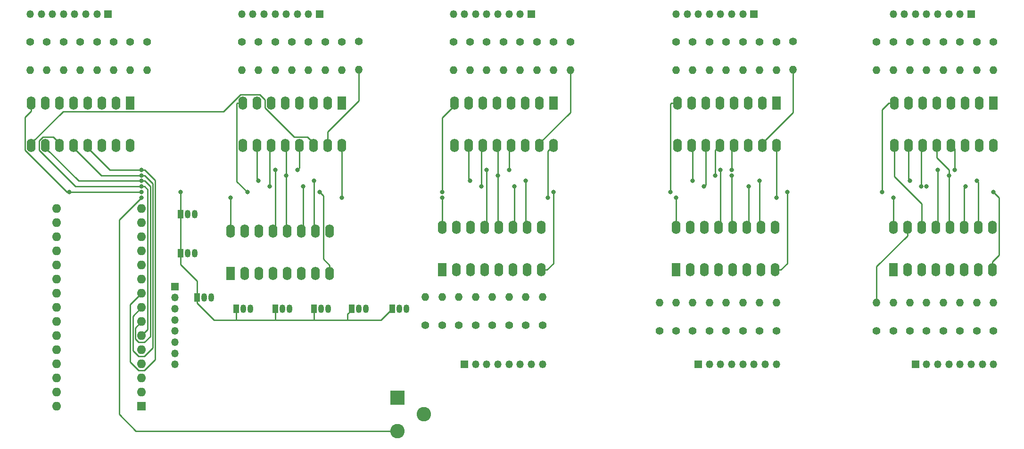
<source format=gbl>
G04 #@! TF.GenerationSoftware,KiCad,Pcbnew,(5.1.4-0-10_14)*
G04 #@! TF.CreationDate,2019-12-07T21:02:57+00:00*
G04 #@! TF.ProjectId,LED_cube_with_74HCT595,4c45445f-6375-4626-955f-776974685f37,rev?*
G04 #@! TF.SameCoordinates,Original*
G04 #@! TF.FileFunction,Copper,L2,Bot*
G04 #@! TF.FilePolarity,Positive*
%FSLAX46Y46*%
G04 Gerber Fmt 4.6, Leading zero omitted, Abs format (unit mm)*
G04 Created by KiCad (PCBNEW (5.1.4-0-10_14)) date 2019-12-07 21:02:57*
%MOMM*%
%LPD*%
G04 APERTURE LIST*
%ADD10O,1.600000X1.600000*%
%ADD11R,1.600000X1.600000*%
%ADD12O,1.600000X2.400000*%
%ADD13R,1.600000X2.400000*%
%ADD14O,1.350000X1.350000*%
%ADD15R,1.350000X1.350000*%
%ADD16O,1.050000X1.500000*%
%ADD17R,1.050000X1.500000*%
%ADD18C,1.400000*%
%ADD19O,1.400000X1.400000*%
%ADD20R,2.600000X2.600000*%
%ADD21C,2.600000*%
%ADD22C,0.800000*%
%ADD23C,0.250000*%
G04 APERTURE END LIST*
D10*
X31760000Y-63000000D03*
X47000000Y-63000000D03*
X31760000Y-98560000D03*
X47000000Y-65540000D03*
X31760000Y-96020000D03*
X47000000Y-68080000D03*
X31760000Y-93480000D03*
X47000000Y-70620000D03*
X31760000Y-90940000D03*
X47000000Y-73160000D03*
X31760000Y-88400000D03*
X47000000Y-75700000D03*
X31760000Y-85860000D03*
X47000000Y-78240000D03*
X31760000Y-83320000D03*
X47000000Y-80780000D03*
X31760000Y-80780000D03*
X47000000Y-83320000D03*
X31760000Y-78240000D03*
X47000000Y-85860000D03*
X31760000Y-75700000D03*
X47000000Y-88400000D03*
X31760000Y-73160000D03*
X47000000Y-90940000D03*
X31760000Y-70620000D03*
X47000000Y-93480000D03*
X31760000Y-68080000D03*
X47000000Y-96020000D03*
X31760000Y-65540000D03*
D11*
X47000000Y-98560000D03*
D12*
X200000000Y-51620000D03*
X182220000Y-44000000D03*
X197460000Y-51620000D03*
X184760000Y-44000000D03*
X194920000Y-51620000D03*
X187300000Y-44000000D03*
X192380000Y-51620000D03*
X189840000Y-44000000D03*
X189840000Y-51620000D03*
X192380000Y-44000000D03*
X187300000Y-51620000D03*
X194920000Y-44000000D03*
X184760000Y-51620000D03*
X197460000Y-44000000D03*
X182220000Y-51620000D03*
D13*
X200000000Y-44000000D03*
D12*
X161000000Y-51620000D03*
X143220000Y-44000000D03*
X158460000Y-51620000D03*
X145760000Y-44000000D03*
X155920000Y-51620000D03*
X148300000Y-44000000D03*
X153380000Y-51620000D03*
X150840000Y-44000000D03*
X150840000Y-51620000D03*
X153380000Y-44000000D03*
X148300000Y-51620000D03*
X155920000Y-44000000D03*
X145760000Y-51620000D03*
X158460000Y-44000000D03*
X143220000Y-51620000D03*
D13*
X161000000Y-44000000D03*
X101000000Y-74000000D03*
D12*
X118780000Y-66380000D03*
X103540000Y-74000000D03*
X116240000Y-66380000D03*
X106080000Y-74000000D03*
X113700000Y-66380000D03*
X108620000Y-74000000D03*
X111160000Y-66380000D03*
X111160000Y-74000000D03*
X108620000Y-66380000D03*
X113700000Y-74000000D03*
X106080000Y-66380000D03*
X116240000Y-74000000D03*
X103540000Y-66380000D03*
X118780000Y-74000000D03*
X101000000Y-66380000D03*
X143000000Y-66380000D03*
X160780000Y-74000000D03*
X145540000Y-66380000D03*
X158240000Y-74000000D03*
X148080000Y-66380000D03*
X155700000Y-74000000D03*
X150620000Y-66380000D03*
X153160000Y-74000000D03*
X153160000Y-66380000D03*
X150620000Y-74000000D03*
X155700000Y-66380000D03*
X148080000Y-74000000D03*
X158240000Y-66380000D03*
X145540000Y-74000000D03*
X160780000Y-66380000D03*
D13*
X143000000Y-74000000D03*
D14*
X27000000Y-28000000D03*
X29000000Y-28000000D03*
X31000000Y-28000000D03*
X33000000Y-28000000D03*
X35000000Y-28000000D03*
X37000000Y-28000000D03*
X39000000Y-28000000D03*
D15*
X41000000Y-28000000D03*
X105000000Y-91000000D03*
D14*
X107000000Y-91000000D03*
X109000000Y-91000000D03*
X111000000Y-91000000D03*
X113000000Y-91000000D03*
X115000000Y-91000000D03*
X117000000Y-91000000D03*
X119000000Y-91000000D03*
D15*
X79000000Y-28000000D03*
D14*
X77000000Y-28000000D03*
X75000000Y-28000000D03*
X73000000Y-28000000D03*
X71000000Y-28000000D03*
X69000000Y-28000000D03*
X67000000Y-28000000D03*
X65000000Y-28000000D03*
X161000000Y-91000000D03*
X159000000Y-91000000D03*
X157000000Y-91000000D03*
X155000000Y-91000000D03*
X153000000Y-91000000D03*
X151000000Y-91000000D03*
X149000000Y-91000000D03*
D15*
X147000000Y-91000000D03*
D14*
X103000000Y-28000000D03*
X105000000Y-28000000D03*
X107000000Y-28000000D03*
X109000000Y-28000000D03*
X111000000Y-28000000D03*
X113000000Y-28000000D03*
X115000000Y-28000000D03*
D15*
X117000000Y-28000000D03*
D14*
X200000000Y-91000000D03*
X198000000Y-91000000D03*
X196000000Y-91000000D03*
X194000000Y-91000000D03*
X192000000Y-91000000D03*
X190000000Y-91000000D03*
X188000000Y-91000000D03*
D15*
X186000000Y-91000000D03*
D14*
X53000000Y-91000000D03*
X53000000Y-89000000D03*
X53000000Y-87000000D03*
X53000000Y-85000000D03*
X53000000Y-83000000D03*
X53000000Y-81000000D03*
X53000000Y-79000000D03*
D15*
X53000000Y-77000000D03*
X157000000Y-28000000D03*
D14*
X155000000Y-28000000D03*
X153000000Y-28000000D03*
X151000000Y-28000000D03*
X149000000Y-28000000D03*
X147000000Y-28000000D03*
X145000000Y-28000000D03*
X143000000Y-28000000D03*
D15*
X196000000Y-28000000D03*
D14*
X194000000Y-28000000D03*
X192000000Y-28000000D03*
X190000000Y-28000000D03*
X188000000Y-28000000D03*
X186000000Y-28000000D03*
X184000000Y-28000000D03*
X182000000Y-28000000D03*
D16*
X55270000Y-64000000D03*
X56540000Y-64000000D03*
D17*
X54000000Y-64000000D03*
X57000000Y-79000000D03*
D16*
X59540000Y-79000000D03*
X58270000Y-79000000D03*
X72270000Y-81000000D03*
X73540000Y-81000000D03*
D17*
X71000000Y-81000000D03*
X84730000Y-81000000D03*
D16*
X87270000Y-81000000D03*
X86000000Y-81000000D03*
X55270000Y-71000000D03*
X56540000Y-71000000D03*
D17*
X54000000Y-71000000D03*
D16*
X65270000Y-81000000D03*
X66540000Y-81000000D03*
D17*
X64000000Y-81000000D03*
D16*
X79270000Y-81000000D03*
X80540000Y-81000000D03*
D17*
X78000000Y-81000000D03*
X92000000Y-81000000D03*
D16*
X94540000Y-81000000D03*
X93270000Y-81000000D03*
D18*
X48000000Y-33000000D03*
D19*
X48000000Y-38080000D03*
X45000000Y-38080000D03*
D18*
X45000000Y-33000000D03*
D19*
X119000000Y-78920000D03*
D18*
X119000000Y-84000000D03*
X42000000Y-33000000D03*
D19*
X42000000Y-38080000D03*
D18*
X116000000Y-84000000D03*
D19*
X116000000Y-78920000D03*
X39000000Y-38080000D03*
D18*
X39000000Y-33000000D03*
D19*
X113000000Y-78920000D03*
D18*
X113000000Y-84000000D03*
X36000000Y-33000000D03*
D19*
X36000000Y-38080000D03*
D18*
X110000000Y-84000000D03*
D19*
X110000000Y-78920000D03*
X33000000Y-38080000D03*
D18*
X33000000Y-33000000D03*
D19*
X107000000Y-78920000D03*
D18*
X107000000Y-84000000D03*
X30000000Y-33000000D03*
D19*
X30000000Y-38080000D03*
D18*
X104000000Y-84000000D03*
D19*
X104000000Y-78920000D03*
X27000000Y-38080000D03*
D18*
X27000000Y-33000000D03*
D19*
X101000000Y-78920000D03*
D18*
X101000000Y-84000000D03*
D19*
X98000000Y-78920000D03*
D18*
X98000000Y-84000000D03*
D19*
X86000000Y-38000000D03*
D18*
X86000000Y-32920000D03*
X83000000Y-33000000D03*
D19*
X83000000Y-38080000D03*
D18*
X161000000Y-85000000D03*
D19*
X161000000Y-79920000D03*
X80000000Y-38080000D03*
D18*
X80000000Y-33000000D03*
D19*
X158000000Y-79920000D03*
D18*
X158000000Y-85000000D03*
X77000000Y-33000000D03*
D19*
X77000000Y-38080000D03*
D18*
X155000000Y-85000000D03*
D19*
X155000000Y-79920000D03*
X74000000Y-38080000D03*
D18*
X74000000Y-33000000D03*
D19*
X152000000Y-79920000D03*
D18*
X152000000Y-85000000D03*
X71000000Y-33000000D03*
D19*
X71000000Y-38080000D03*
D18*
X149000000Y-85000000D03*
D19*
X149000000Y-79920000D03*
X68000000Y-38080000D03*
D18*
X68000000Y-33000000D03*
D19*
X146000000Y-79920000D03*
D18*
X146000000Y-85000000D03*
X65000000Y-33000000D03*
D19*
X65000000Y-38080000D03*
D18*
X143000000Y-85000000D03*
D19*
X143000000Y-79920000D03*
X140000000Y-79920000D03*
D18*
X140000000Y-85000000D03*
X124000000Y-33000000D03*
D19*
X124000000Y-38080000D03*
X121000000Y-38080000D03*
D18*
X121000000Y-33000000D03*
D19*
X200000000Y-79920000D03*
D18*
X200000000Y-85000000D03*
X118000000Y-33000000D03*
D19*
X118000000Y-38080000D03*
D18*
X197000000Y-85000000D03*
D19*
X197000000Y-79920000D03*
X115000000Y-38080000D03*
D18*
X115000000Y-33000000D03*
D19*
X194000000Y-79920000D03*
D18*
X194000000Y-85000000D03*
X112000000Y-33000000D03*
D19*
X112000000Y-38080000D03*
D18*
X191000000Y-85000000D03*
D19*
X191000000Y-79920000D03*
X109000000Y-38080000D03*
D18*
X109000000Y-33000000D03*
D19*
X188000000Y-79920000D03*
D18*
X188000000Y-85000000D03*
X106000000Y-33000000D03*
D19*
X106000000Y-38080000D03*
D18*
X185000000Y-85000000D03*
D19*
X185000000Y-79920000D03*
X103000000Y-38080000D03*
D18*
X103000000Y-33000000D03*
D19*
X182000000Y-79920000D03*
D18*
X182000000Y-85000000D03*
X179000000Y-85000000D03*
D19*
X179000000Y-79920000D03*
X164000000Y-38000000D03*
D18*
X164000000Y-32920000D03*
X161000000Y-33000000D03*
D19*
X161000000Y-38080000D03*
D18*
X179000000Y-33000000D03*
D19*
X179000000Y-38080000D03*
X158000000Y-38080000D03*
D18*
X158000000Y-33000000D03*
D19*
X182000000Y-38080000D03*
D18*
X182000000Y-33000000D03*
X155000000Y-33000000D03*
D19*
X155000000Y-38080000D03*
D18*
X185000000Y-33000000D03*
D19*
X185000000Y-38080000D03*
X152000000Y-38080000D03*
D18*
X152000000Y-33000000D03*
D19*
X188000000Y-38080000D03*
D18*
X188000000Y-33000000D03*
X149000000Y-33000000D03*
D19*
X149000000Y-38080000D03*
D18*
X191000000Y-33000000D03*
D19*
X191000000Y-38080000D03*
X146000000Y-38080000D03*
D18*
X146000000Y-33000000D03*
X194000000Y-33000000D03*
D19*
X194000000Y-38080000D03*
D18*
X143000000Y-33000000D03*
D19*
X143000000Y-38080000D03*
X197000000Y-38080000D03*
D18*
X197000000Y-33000000D03*
X200000000Y-33000000D03*
D19*
X200000000Y-38080000D03*
D12*
X45000000Y-51620000D03*
X27220000Y-44000000D03*
X42460000Y-51620000D03*
X29760000Y-44000000D03*
X39920000Y-51620000D03*
X32300000Y-44000000D03*
X37380000Y-51620000D03*
X34840000Y-44000000D03*
X34840000Y-51620000D03*
X37380000Y-44000000D03*
X32300000Y-51620000D03*
X39920000Y-44000000D03*
X29760000Y-51620000D03*
X42460000Y-44000000D03*
X27220000Y-51620000D03*
D13*
X45000000Y-44000000D03*
X63000000Y-74620000D03*
D12*
X80780000Y-67000000D03*
X65540000Y-74620000D03*
X78240000Y-67000000D03*
X68080000Y-74620000D03*
X75700000Y-67000000D03*
X70620000Y-74620000D03*
X73160000Y-67000000D03*
X73160000Y-74620000D03*
X70620000Y-67000000D03*
X75700000Y-74620000D03*
X68080000Y-67000000D03*
X78240000Y-74620000D03*
X65540000Y-67000000D03*
X80780000Y-74620000D03*
X63000000Y-67000000D03*
X83000000Y-51620000D03*
X65220000Y-44000000D03*
X80460000Y-51620000D03*
X67760000Y-44000000D03*
X77920000Y-51620000D03*
X70300000Y-44000000D03*
X75380000Y-51620000D03*
X72840000Y-44000000D03*
X72840000Y-51620000D03*
X75380000Y-44000000D03*
X70300000Y-51620000D03*
X77920000Y-44000000D03*
X67760000Y-51620000D03*
X80460000Y-44000000D03*
X65220000Y-51620000D03*
D13*
X83000000Y-44000000D03*
X121000000Y-44000000D03*
D12*
X103220000Y-51620000D03*
X118460000Y-44000000D03*
X105760000Y-51620000D03*
X115920000Y-44000000D03*
X108300000Y-51620000D03*
X113380000Y-44000000D03*
X110840000Y-51620000D03*
X110840000Y-44000000D03*
X113380000Y-51620000D03*
X108300000Y-44000000D03*
X115920000Y-51620000D03*
X105760000Y-44000000D03*
X118460000Y-51620000D03*
X103220000Y-44000000D03*
X121000000Y-51620000D03*
D13*
X182000000Y-74000000D03*
D12*
X199780000Y-66380000D03*
X184540000Y-74000000D03*
X197240000Y-66380000D03*
X187080000Y-74000000D03*
X194700000Y-66380000D03*
X189620000Y-74000000D03*
X192160000Y-66380000D03*
X192160000Y-74000000D03*
X189620000Y-66380000D03*
X194700000Y-74000000D03*
X187080000Y-66380000D03*
X197240000Y-74000000D03*
X184540000Y-66380000D03*
X199780000Y-74000000D03*
X182000000Y-66380000D03*
D20*
X93000000Y-97000000D03*
D21*
X93000000Y-103000000D03*
X97700000Y-100000000D03*
D22*
X47000000Y-60000000D03*
X79000000Y-60000000D03*
X66000000Y-60000000D03*
X101000000Y-60000000D03*
X121000000Y-60000000D03*
X142000000Y-60000000D03*
X163000000Y-60000000D03*
X180000000Y-60000000D03*
X200000000Y-60000000D03*
X34000000Y-60000000D03*
X54000000Y-60000000D03*
X73000000Y-57000000D03*
X47000000Y-59000000D03*
X70000000Y-59000000D03*
X76000000Y-59000000D03*
X108000000Y-59000000D03*
X114000000Y-59000000D03*
X156000000Y-59000000D03*
X148000000Y-59000000D03*
X188000000Y-59000000D03*
X187000000Y-59000000D03*
X195000000Y-59000000D03*
X47000000Y-58000000D03*
X68000000Y-58000000D03*
X78000000Y-58000000D03*
X106000000Y-58000000D03*
X116000000Y-58000000D03*
X158000000Y-58000000D03*
X146000000Y-58000000D03*
X197000000Y-58000000D03*
X185000000Y-58000000D03*
X47000000Y-57000000D03*
X111000000Y-57000000D03*
X150000000Y-57000000D03*
X153000000Y-57000000D03*
X192000000Y-57000000D03*
X47000000Y-56000000D03*
X75000000Y-56000000D03*
X71000000Y-56000000D03*
X113000000Y-56000000D03*
X109000000Y-56000000D03*
X153000000Y-56000000D03*
X151000000Y-56000000D03*
X193000000Y-56000000D03*
X190000000Y-56000000D03*
X47000000Y-61000000D03*
X83000000Y-61000000D03*
X120000000Y-61000000D03*
X101000000Y-61000000D03*
X143000000Y-61000000D03*
X161000000Y-61000000D03*
X182000000Y-61000000D03*
X63000000Y-61000000D03*
D23*
X65220000Y-44000000D02*
X65220000Y-44400000D01*
X80780000Y-74620000D02*
X80780000Y-74220000D01*
X33608996Y-60000000D02*
X34000000Y-60000000D01*
X26094990Y-46575010D02*
X26094990Y-52485994D01*
X26094990Y-52485994D02*
X33608996Y-60000000D01*
X27220000Y-45450000D02*
X26094990Y-46575010D01*
X27220000Y-44000000D02*
X27220000Y-45450000D01*
X64094990Y-58094990D02*
X66000000Y-60000000D01*
X64094990Y-44075010D02*
X64094990Y-58094990D01*
X64170000Y-44000000D02*
X64094990Y-44075010D01*
X65220000Y-44000000D02*
X64170000Y-44000000D01*
X79654990Y-72044990D02*
X80780000Y-73170000D01*
X79654990Y-60654990D02*
X79654990Y-72044990D01*
X80780000Y-73170000D02*
X80780000Y-74620000D01*
X79000000Y-60000000D02*
X79654990Y-60654990D01*
X119830000Y-74000000D02*
X118780000Y-74000000D01*
X121000000Y-72830000D02*
X119830000Y-74000000D01*
X121000000Y-60000000D02*
X121000000Y-72830000D01*
X101000000Y-46620000D02*
X101000000Y-60000000D01*
X103220000Y-44400000D02*
X101000000Y-46620000D01*
X103220000Y-44000000D02*
X103220000Y-44400000D01*
X142170000Y-44000000D02*
X143220000Y-44000000D01*
X142000000Y-44170000D02*
X142170000Y-44000000D01*
X142000000Y-60000000D02*
X142000000Y-44170000D01*
X161830000Y-74000000D02*
X160780000Y-74000000D01*
X163000000Y-72830000D02*
X161830000Y-74000000D01*
X163000000Y-60000000D02*
X163000000Y-72830000D01*
X180000000Y-45170000D02*
X180000000Y-60000000D01*
X181170000Y-44000000D02*
X180000000Y-45170000D01*
X182220000Y-44000000D02*
X181170000Y-44000000D01*
X201000000Y-71330000D02*
X199780000Y-72550000D01*
X199780000Y-72550000D02*
X199780000Y-74000000D01*
X201000000Y-61000000D02*
X201000000Y-71330000D01*
X200000000Y-60000000D02*
X201000000Y-61000000D01*
X47000000Y-60000000D02*
X34000000Y-60000000D01*
X54000000Y-64000000D02*
X54000000Y-63775000D01*
X54000000Y-64000000D02*
X54000000Y-71000000D01*
X54000000Y-71000000D02*
X54000000Y-73000000D01*
X57000000Y-76000000D02*
X57000000Y-79000000D01*
X54000000Y-73000000D02*
X57000000Y-76000000D01*
X92000000Y-81000000D02*
X90000000Y-83000000D01*
X57000000Y-80000000D02*
X57000000Y-79000000D01*
X60000000Y-83000000D02*
X57000000Y-80000000D01*
X64000000Y-83000000D02*
X60000000Y-83000000D01*
X64000000Y-81000000D02*
X64000000Y-83000000D01*
X84730000Y-81225000D02*
X84000000Y-81955000D01*
X84730000Y-81000000D02*
X84730000Y-81225000D01*
X84000000Y-81955000D02*
X84000000Y-83000000D01*
X90000000Y-83000000D02*
X84000000Y-83000000D01*
X78000000Y-81000000D02*
X78000000Y-83000000D01*
X84000000Y-83000000D02*
X78000000Y-83000000D01*
X71000000Y-81000000D02*
X71000000Y-83000000D01*
X71000000Y-83000000D02*
X64000000Y-83000000D01*
X78000000Y-83000000D02*
X71000000Y-83000000D01*
X54000000Y-64000000D02*
X54000000Y-60000000D01*
X35148996Y-59000000D02*
X47000000Y-59000000D01*
X28634990Y-50754006D02*
X28634990Y-52485994D01*
X28634990Y-52485994D02*
X35148996Y-59000000D01*
X31174990Y-50094990D02*
X29294006Y-50094990D01*
X32300000Y-51220000D02*
X31174990Y-50094990D01*
X29294006Y-50094990D02*
X28634990Y-50754006D01*
X32300000Y-51620000D02*
X32300000Y-51220000D01*
X70000000Y-52320000D02*
X70000000Y-59000000D01*
X70300000Y-52020000D02*
X70000000Y-52320000D01*
X70300000Y-51620000D02*
X70300000Y-52020000D01*
X76000000Y-66700000D02*
X75700000Y-67000000D01*
X76000000Y-59000000D02*
X76000000Y-66700000D01*
X108000000Y-51920000D02*
X108300000Y-51620000D01*
X108000000Y-59000000D02*
X108000000Y-51920000D01*
X114000000Y-66080000D02*
X113700000Y-66380000D01*
X114000000Y-59000000D02*
X114000000Y-66080000D01*
X148300000Y-58700000D02*
X148000000Y-59000000D01*
X148300000Y-51620000D02*
X148300000Y-58700000D01*
X156000000Y-66080000D02*
X155700000Y-66380000D01*
X156000000Y-59000000D02*
X156000000Y-66080000D01*
X194700000Y-59300000D02*
X195000000Y-59000000D01*
X194700000Y-66380000D02*
X194700000Y-59300000D01*
X187000000Y-51920000D02*
X187300000Y-51620000D01*
X187000000Y-59000000D02*
X187000000Y-51920000D01*
X47565685Y-59000000D02*
X47000000Y-59000000D01*
X48125001Y-59559316D02*
X47565685Y-59000000D01*
X48125001Y-84734999D02*
X48125001Y-59559316D01*
X47000000Y-85860000D02*
X48125001Y-84734999D01*
X197240000Y-66380000D02*
X197240000Y-65980000D01*
X29760000Y-52020000D02*
X35740000Y-58000000D01*
X29760000Y-51620000D02*
X29760000Y-52020000D01*
X67760000Y-57760000D02*
X68000000Y-58000000D01*
X67760000Y-51620000D02*
X67760000Y-57760000D01*
X78000000Y-66760000D02*
X78240000Y-67000000D01*
X78000000Y-58000000D02*
X78000000Y-66760000D01*
X105760000Y-57760000D02*
X106000000Y-58000000D01*
X105760000Y-51620000D02*
X105760000Y-57760000D01*
X116000000Y-66140000D02*
X116240000Y-66380000D01*
X116000000Y-58000000D02*
X116000000Y-66140000D01*
X146000000Y-51860000D02*
X145760000Y-51620000D01*
X146000000Y-58000000D02*
X146000000Y-51860000D01*
X158000000Y-66140000D02*
X158240000Y-66380000D01*
X158000000Y-58000000D02*
X158000000Y-66140000D01*
X197240000Y-58240000D02*
X197000000Y-58000000D01*
X197240000Y-66380000D02*
X197240000Y-58240000D01*
X184760000Y-57760000D02*
X185000000Y-58000000D01*
X184760000Y-51620000D02*
X184760000Y-57760000D01*
X48575010Y-59009325D02*
X47565685Y-58000000D01*
X47540001Y-86985001D02*
X48575010Y-85949992D01*
X45874999Y-84445001D02*
X45874999Y-86400001D01*
X47000000Y-83320000D02*
X45874999Y-84445001D01*
X46459999Y-86985001D02*
X47540001Y-86985001D01*
X45874999Y-86400001D02*
X46459999Y-86985001D01*
X46000000Y-58000000D02*
X47000000Y-58000000D01*
X47565685Y-58000000D02*
X46000000Y-58000000D01*
X48575010Y-85949992D02*
X48575010Y-59009325D01*
X35740000Y-58000000D02*
X46000000Y-58000000D01*
X39820000Y-57000000D02*
X47000000Y-57000000D01*
X34840000Y-52020000D02*
X39820000Y-57000000D01*
X34840000Y-51620000D02*
X34840000Y-52020000D01*
X73000000Y-51780000D02*
X72840000Y-51620000D01*
X73000000Y-66840000D02*
X73000000Y-51780000D01*
X73000000Y-66840000D02*
X73160000Y-67000000D01*
X111000000Y-51780000D02*
X110840000Y-51620000D01*
X111000000Y-57000000D02*
X111000000Y-51780000D01*
X111000000Y-66220000D02*
X111160000Y-66380000D01*
X111000000Y-57000000D02*
X111000000Y-66220000D01*
X150000000Y-52460000D02*
X150840000Y-51620000D01*
X150000000Y-57000000D02*
X150000000Y-52460000D01*
X153000000Y-66220000D02*
X153160000Y-66380000D01*
X153000000Y-57000000D02*
X153000000Y-66220000D01*
X192000000Y-66220000D02*
X192160000Y-66380000D01*
X192000000Y-57000000D02*
X192000000Y-66220000D01*
X189840000Y-53840000D02*
X189840000Y-51620000D01*
X192000000Y-56000000D02*
X189840000Y-53840000D01*
X192000000Y-57000000D02*
X192000000Y-56000000D01*
X49025019Y-58459334D02*
X47565685Y-57000000D01*
X49025019Y-88039983D02*
X49025019Y-58459334D01*
X47540001Y-89525001D02*
X49025019Y-88039983D01*
X46459999Y-89525001D02*
X47540001Y-89525001D01*
X47565685Y-57000000D02*
X47000000Y-57000000D01*
X45424990Y-88489992D02*
X46459999Y-89525001D01*
X45424990Y-82355010D02*
X45424990Y-88489992D01*
X47000000Y-80780000D02*
X45424990Y-82355010D01*
X41360000Y-56000000D02*
X47000000Y-56000000D01*
X37380000Y-52020000D02*
X41360000Y-56000000D01*
X37380000Y-51620000D02*
X37380000Y-52020000D01*
X71000000Y-66620000D02*
X70620000Y-67000000D01*
X71000000Y-56000000D02*
X71000000Y-66620000D01*
X75380000Y-55620000D02*
X75000000Y-56000000D01*
X75380000Y-51620000D02*
X75380000Y-55620000D01*
X109000000Y-66000000D02*
X108620000Y-66380000D01*
X109000000Y-56000000D02*
X109000000Y-66000000D01*
X113000000Y-52000000D02*
X113380000Y-51620000D01*
X113000000Y-56000000D02*
X113000000Y-52000000D01*
X151000000Y-66000000D02*
X150620000Y-66380000D01*
X151000000Y-56000000D02*
X151000000Y-66000000D01*
X153000000Y-52000000D02*
X153380000Y-51620000D01*
X153000000Y-56000000D02*
X153000000Y-52000000D01*
X190000000Y-66000000D02*
X189620000Y-66380000D01*
X190000000Y-56000000D02*
X190000000Y-66000000D01*
X193000000Y-52240000D02*
X192380000Y-51620000D01*
X193000000Y-56000000D02*
X193000000Y-52240000D01*
X49475028Y-57909343D02*
X47565685Y-56000000D01*
X47565685Y-56000000D02*
X47000000Y-56000000D01*
X49475028Y-90129974D02*
X49475028Y-57909343D01*
X47540001Y-92065001D02*
X49475028Y-90129974D01*
X44974981Y-90579983D02*
X46459999Y-92065001D01*
X46459999Y-92065001D02*
X47540001Y-92065001D01*
X44974981Y-80265019D02*
X44974981Y-90579983D01*
X47000000Y-78240000D02*
X44974981Y-80265019D01*
X83000000Y-61000000D02*
X83000000Y-51620000D01*
X120000000Y-52620000D02*
X121000000Y-51620000D01*
X120000000Y-61000000D02*
X120000000Y-52620000D01*
X101000000Y-66380000D02*
X101000000Y-61000000D01*
X143000000Y-61000000D02*
X143000000Y-66380000D01*
X161000000Y-61000000D02*
X161000000Y-51620000D01*
X182000000Y-61000000D02*
X182000000Y-66380000D01*
X63000000Y-67000000D02*
X63000000Y-61000000D01*
X45000000Y-51620000D02*
X45000000Y-52020000D01*
X43000000Y-65000000D02*
X43000000Y-100000000D01*
X47000000Y-61000000D02*
X43000000Y-65000000D01*
X46000000Y-103000000D02*
X93000000Y-103000000D01*
X43000000Y-100000000D02*
X46000000Y-103000000D01*
X86000000Y-43585002D02*
X86000000Y-38000000D01*
X80460000Y-49125002D02*
X86000000Y-43585002D01*
X80460000Y-51620000D02*
X80460000Y-49125002D01*
X124000000Y-45680000D02*
X124000000Y-38080000D01*
X118460000Y-51220000D02*
X124000000Y-45680000D01*
X118460000Y-51620000D02*
X118460000Y-51220000D01*
X179000000Y-73370000D02*
X179000000Y-79920000D01*
X184540000Y-67830000D02*
X179000000Y-73370000D01*
X184540000Y-66380000D02*
X184540000Y-67830000D01*
X164000000Y-45680000D02*
X164000000Y-38000000D01*
X158460000Y-51220000D02*
X164000000Y-45680000D01*
X158460000Y-51620000D02*
X158460000Y-51220000D01*
X74403986Y-50094990D02*
X76794990Y-50094990D01*
X76794990Y-50094990D02*
X77920000Y-51220000D01*
X69174990Y-44865994D02*
X74403986Y-50094990D01*
X68225994Y-42474990D02*
X69174990Y-43423986D01*
X77920000Y-51220000D02*
X77920000Y-51620000D01*
X64754006Y-42474990D02*
X68225994Y-42474990D01*
X61703995Y-45525001D02*
X64754006Y-42474990D01*
X32914999Y-45525001D02*
X61703995Y-45525001D01*
X27220000Y-51220000D02*
X32914999Y-45525001D01*
X69174990Y-43423986D02*
X69174990Y-44865994D01*
X27220000Y-51620000D02*
X27220000Y-51220000D01*
X148080000Y-66780000D02*
X148080000Y-66380000D01*
X187080000Y-62080000D02*
X187080000Y-66380000D01*
X182220000Y-57220000D02*
X187080000Y-62080000D01*
X182220000Y-51620000D02*
X182220000Y-57220000D01*
M02*

</source>
